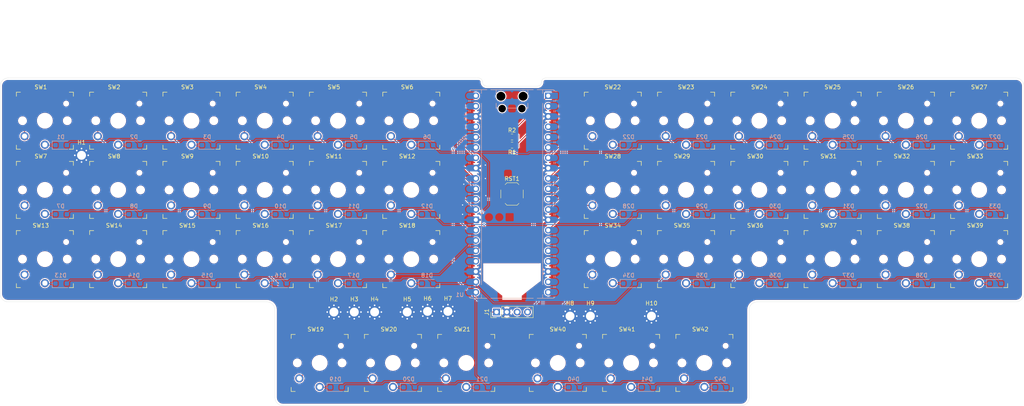
<source format=kicad_pcb>
(kicad_pcb
	(version 20241229)
	(generator "pcbnew")
	(generator_version "9.0")
	(general
		(thickness 1.6)
		(legacy_teardrops no)
	)
	(paper "A4")
	(layers
		(0 "F.Cu" signal)
		(2 "B.Cu" signal)
		(9 "F.Adhes" user "F.Adhesive")
		(11 "B.Adhes" user "B.Adhesive")
		(13 "F.Paste" user)
		(15 "B.Paste" user)
		(5 "F.SilkS" user "F.Silkscreen")
		(7 "B.SilkS" user "B.Silkscreen")
		(1 "F.Mask" user)
		(3 "B.Mask" user)
		(17 "Dwgs.User" user "User.Drawings")
		(19 "Cmts.User" user "User.Comments")
		(21 "Eco1.User" user "User.Eco1")
		(23 "Eco2.User" user "User.Eco2")
		(25 "Edge.Cuts" user)
		(27 "Margin" user)
		(31 "F.CrtYd" user "F.Courtyard")
		(29 "B.CrtYd" user "B.Courtyard")
		(35 "F.Fab" user)
		(33 "B.Fab" user)
		(39 "User.1" user)
		(41 "User.2" user)
		(43 "User.3" user)
		(45 "User.4" user)
	)
	(setup
		(pad_to_mask_clearance 0)
		(allow_soldermask_bridges_in_footprints no)
		(tenting front back)
		(pcbplotparams
			(layerselection 0x00000000_00000000_55555555_5755f5ff)
			(plot_on_all_layers_selection 0x00000000_00000000_00000000_00000000)
			(disableapertmacros no)
			(usegerberextensions yes)
			(usegerberattributes yes)
			(usegerberadvancedattributes yes)
			(creategerberjobfile no)
			(dashed_line_dash_ratio 12.000000)
			(dashed_line_gap_ratio 3.000000)
			(svgprecision 4)
			(plotframeref no)
			(mode 1)
			(useauxorigin no)
			(hpglpennumber 1)
			(hpglpenspeed 20)
			(hpglpendiameter 15.000000)
			(pdf_front_fp_property_popups yes)
			(pdf_back_fp_property_popups yes)
			(pdf_metadata yes)
			(pdf_single_document no)
			(dxfpolygonmode yes)
			(dxfimperialunits yes)
			(dxfusepcbnewfont yes)
			(psnegative no)
			(psa4output no)
			(plot_black_and_white yes)
			(sketchpadsonfab no)
			(plotpadnumbers no)
			(hidednponfab no)
			(sketchdnponfab yes)
			(crossoutdnponfab yes)
			(subtractmaskfromsilk yes)
			(outputformat 1)
			(mirror no)
			(drillshape 0)
			(scaleselection 1)
			(outputdirectory "generated/gerbers")
		)
	)
	(net 0 "")
	(net 1 "Net-(D1-K)")
	(net 2 "/row0")
	(net 3 "Net-(D2-K)")
	(net 4 "Net-(D3-K)")
	(net 5 "Net-(D4-K)")
	(net 6 "Net-(D5-K)")
	(net 7 "Net-(D6-K)")
	(net 8 "/row1")
	(net 9 "Net-(D7-K)")
	(net 10 "Net-(D8-K)")
	(net 11 "Net-(D9-K)")
	(net 12 "Net-(D10-K)")
	(net 13 "Net-(D11-K)")
	(net 14 "Net-(D12-K)")
	(net 15 "Net-(D13-K)")
	(net 16 "/row2")
	(net 17 "Net-(D14-K)")
	(net 18 "Net-(D15-K)")
	(net 19 "Net-(D16-K)")
	(net 20 "Net-(D17-K)")
	(net 21 "Net-(D18-K)")
	(net 22 "/row3")
	(net 23 "Net-(D19-K)")
	(net 24 "Net-(D20-K)")
	(net 25 "Net-(D21-K)")
	(net 26 "Net-(D22-K)")
	(net 27 "Net-(D23-K)")
	(net 28 "Net-(D24-K)")
	(net 29 "Net-(D25-K)")
	(net 30 "Net-(D26-K)")
	(net 31 "Net-(D27-K)")
	(net 32 "Net-(D28-K)")
	(net 33 "Net-(D29-K)")
	(net 34 "Net-(D30-K)")
	(net 35 "Net-(D31-K)")
	(net 36 "Net-(D32-K)")
	(net 37 "Net-(D33-K)")
	(net 38 "Net-(D34-K)")
	(net 39 "Net-(D35-K)")
	(net 40 "Net-(D36-K)")
	(net 41 "Net-(D37-K)")
	(net 42 "Net-(D38-K)")
	(net 43 "Net-(D39-K)")
	(net 44 "Net-(D40-K)")
	(net 45 "Net-(D41-K)")
	(net 46 "Net-(D42-K)")
	(net 47 "GND")
	(net 48 "/SCL")
	(net 49 "/SDA")
	(net 50 "+3V3")
	(net 51 "Net-(U1-RUN)")
	(net 52 "/col0")
	(net 53 "/col1")
	(net 54 "/col2")
	(net 55 "/col3")
	(net 56 "/col4")
	(net 57 "/col5")
	(net 58 "/col6")
	(net 59 "/col7")
	(net 60 "/col8")
	(net 61 "/col9")
	(net 62 "/col10")
	(net 63 "/col11")
	(net 64 "unconnected-(U1-3V3_EN-Pad37)")
	(net 65 "unconnected-(U1-GPIO15-Pad20)")
	(net 66 "unconnected-(U1-GPIO13-Pad17)")
	(net 67 "unconnected-(U1-GPIO12-Pad16)")
	(net 68 "unconnected-(U1-GPIO4-Pad6)")
	(net 69 "unconnected-(U1-GPIO2-Pad4)_1")
	(net 70 "unconnected-(U1-VBUS-Pad40)_1")
	(net 71 "unconnected-(U1-GPIO14-Pad19)_1")
	(net 72 "unconnected-(U1-VSYS-Pad39)_1")
	(net 73 "unconnected-(U1-GPIO11-Pad15)_1")
	(net 74 "unconnected-(U1-GPIO3-Pad5)_1")
	(net 75 "unconnected-(U1-ADC_VREF-Pad35)")
	(footprint "keyswitches:SW_PG1350" (layer "F.Cu") (at 198 93.5))
	(footprint "keyswitches:SW_PG1350" (layer "F.Cu") (at 90 68))
	(footprint "keyswitches:SW_PG1350" (layer "F.Cu") (at 247.5 51))
	(footprint "keyswitches:SW_PG1350" (layer "F.Cu") (at 108 68))
	(footprint "keyswitches:SW_PG1350" (layer "F.Cu") (at 72 51))
	(footprint "keyswitches:SW_PG1350" (layer "F.Cu") (at 36 68))
	(footprint "keyswitches:SW_PG1350" (layer "F.Cu") (at 162 93.5))
	(footprint "keyswitches:SW_PG1350" (layer "F.Cu") (at 126 51))
	(footprint "keyswitches:SW_PG1350" (layer "F.Cu") (at 193.5 34))
	(footprint "Connector_PinHeader_2.54mm:PinHeader_1x04_P2.54mm_Vertical" (layer "F.Cu") (at 146.94 81 90))
	(footprint "keyswitches:SW_PG1350" (layer "F.Cu") (at 121.5 93.5))
	(footprint "MountingHole:MountingHole_2.2mm_M2_Pad_Via" (layer "F.Cu") (at 170 82))
	(footprint "keyswitches:SW_PG1350" (layer "F.Cu") (at 108 34))
	(footprint "keyswitches:SW_PG1350" (layer "F.Cu") (at 126 34))
	(footprint "keyswitches:SW_PG1350" (layer "F.Cu") (at 103.5 93.5))
	(footprint "keyswitches:SW_PG1350" (layer "F.Cu") (at 126 68))
	(footprint "keyswitches:SW_PG1350" (layer "F.Cu") (at 193.5 51))
	(footprint "MountingHole:MountingHole_2.2mm_M2_Pad_Via" (layer "F.Cu") (at 135 80.833274))
	(footprint "keyswitches:SW_PG1350" (layer "F.Cu") (at 265.5 68))
	(footprint "keyswitches:SW_PG1350" (layer "F.Cu") (at 211.5 51))
	(footprint "keyswitches:SW_PG1350" (layer "F.Cu") (at 211.5 68))
	(footprint "MountingHole:MountingHole_2.2mm_M2_Pad_Via" (layer "F.Cu") (at 125 81))
	(footprint "MountingHole:MountingHole_2.2mm_M2_Pad_Via" (layer "F.Cu") (at 112 81))
	(footprint "keyswitches:SW_PG1350" (layer "F.Cu") (at 72 68))
	(footprint "MountingHole:MountingHole_2.2mm_M2_Pad_Via" (layer "F.Cu") (at 185 82))
	(footprint "keyswitches:SW_PG1350" (layer "F.Cu") (at 139.5 93.5))
	(footprint "keyswitches:SW_PG1350" (layer "F.Cu") (at 180 93.5))
	(footprint "keyswitches:SW_PG1350" (layer "F.Cu") (at 229.5 51))
	(footprint "keyswitches:SW_PG1350" (layer "F.Cu") (at 175.5 68))
	(footprint "keyswitches:SW_PG1350" (layer "F.Cu") (at 265.5 51))
	(footprint "MountingHole:MountingHole_2.2mm_M2_Pad_Via" (layer "F.Cu") (at 165 82))
	(footprint "MountingHole:MountingHole_2.2mm_M2_Pad_Via" (layer "F.Cu") (at 107 81))
	(footprint "keyswitches:SW_PG1350" (layer "F.Cu") (at 54 51))
	(footprint "keyswitches:SW_PG1350" (layer "F.Cu") (at 193.5 68))
	(footprint "Resistor_SMD:R_0805_2012Metric_Pad1.20x1.40mm_HandSolder" (layer "F.Cu") (at 150.75 38))
	(footprint "MountingHole:MountingHole_2.2mm_M2_Pad_Via"
		(layer "F.Cu")
		(uuid "8f60f067-d4ed-4191-888b-706c71c94f3e")
		(at 130 80.833274)
		(descr "Mounting Hole 2.2mm, M2, generated by kicad-footprint-generator mountinghole.py")
		(tags "mountinghole M2")
		(property "Reference" "H6"
			(at 0 -3.15 0)
			(layer "F.SilkS")
			(uuid "37ece358-4b5a-44fd-ae32-5c3626b040f3")
			(effects
				(font
					(size 1 1)
					(thickness 0.15)
				)
			)
		)
		(property "Value" "MountingHole_Pad"
			(at 0 3.15 0)
			(layer "F.Fab")
			(uuid "7785f6e5-eb6c-47f3-812c-609ea942010e")
			(effects
				(font
					(size 1 1)
					(thickness 0.15)
				)
			)
		)
		(property "Datasheet" "~"
			(at 0 0 0)
			(layer "F.Fab")
			(hide yes)
			(uuid "d47f5da0-acaf-4ef2-8be9-3cf50a854cee")
			(effects
				(font
					(size 1.27 1.27)
					(thickness 0.15)
				)
			)
		)
		(property "Description" "Mounting Hole with connection"
			(at 0 0 0)
			(layer "F.Fab")
			(hide yes)
			(uuid "12bc010c-ff4c-4c7f-8614-8d40157512bb")
			(effects
				(font
					(size 1.27 1.27)
					(thickness 0.15)
				)
			)
		)
		(property ki_fp_filters "MountingHole*Pad*")
		(path "/ca2efeb7-6417-4620-8259-d7f532879b52")
		(sheetname "/")
		(sheetfile "StenoKB.kicad_sch")
		(attr exclude_from_pos_files exclude_from_bom)
		(fp_circle
			(center 0 
... [1773422 chars truncated]
</source>
